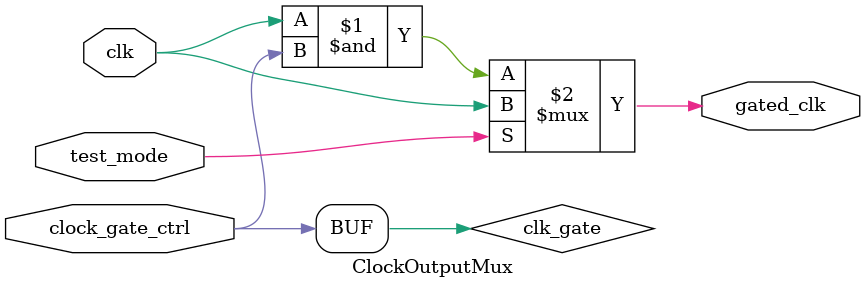
<source format=sv>
module ClockGating #(
    parameter SYNC_STAGES = 2
)(
    input  wire clk,
    input  wire rst_n,
    input  wire enable,
    input  wire test_mode,
    output wire gated_clk
);
    // 内部连线
    wire clk_buf;
    wire rst_n_buf;
    wire test_mode_buf;
    wire enable_synced;
    wire enable_synced_buf;
    wire clock_gate_ctrl;
    wire clock_gate_ctrl_buf;
    wire enable_in_prebuf;
    wire test_mode_prebuf;

    // 将输入信号预处理寄存器前移
    reg enable_prebuf_reg;
    reg test_mode_prebuf_reg;
    
    always @(posedge clk or negedge rst_n) begin
        if (!rst_n) begin
            enable_prebuf_reg <= 1'b0;
            test_mode_prebuf_reg <= 1'b0;
        end else begin
            enable_prebuf_reg <= enable;
            test_mode_prebuf_reg <= test_mode;
        end
    end
    
    assign enable_in_prebuf = enable_prebuf_reg;
    assign test_mode_prebuf = test_mode_prebuf_reg;

    // 时钟缓冲
    ClockBuffer u_clk_buf (
        .clk_in (clk),
        .clk_out(clk_buf)
    );

    // 复位缓冲
    ResetBuffer u_rst_buf (
        .rst_n_in (rst_n),
        .clk      (clk_buf),
        .rst_n_out(rst_n_buf)
    );

    // 测试模式缓冲 - 移除寄存器
    TestModeBuffer u_test_buf (
        .test_mode_in (test_mode_prebuf),
        .clk          (clk_buf),
        .rst_n        (rst_n_buf),
        .test_mode_out(test_mode_buf)
    );

    // 实例化同步器子模块
    EnableSynchronizer #(
        .SYNC_STAGES(SYNC_STAGES)
    ) u_enable_sync (
        .clk           (clk_buf),
        .rst_n         (rst_n_buf),
        .enable_in     (enable_in_prebuf),
        .enable_synced (enable_synced)
    );

    // 使能信号缓冲 - 优化控制路径
    EnableBuffer u_enable_buf (
        .enable_in (enable_synced),
        .clk       (clk_buf),
        .rst_n     (rst_n_buf),
        .enable_out(enable_synced_buf)
    );

    // 门控控制器
    GateController u_gate_ctrl (
        .clk            (clk_buf),
        .rst_n          (rst_n_buf),
        .enable_synced  (enable_synced_buf),
        .clock_gate_ctrl(clock_gate_ctrl)
    );

    // 门控控制信号缓冲 - 前移寄存器逻辑
    GateCtrlBuffer u_gate_buf (
        .gate_ctrl_in (clock_gate_ctrl),
        .clk          (clk_buf),
        .rst_n        (rst_n_buf),
        .gate_ctrl_out(clock_gate_ctrl_buf)
    );

    // 时钟输出多路复用器 - 移除输出寄存器，优化关键路径
    ClockOutputMux u_clk_mux (
        .clk            (clk_buf),
        .clock_gate_ctrl(clock_gate_ctrl_buf),
        .test_mode      (test_mode_buf),
        .gated_clk      (gated_clk)
    );

endmodule

//-----------------------------------------------------------------------------
// 缓冲器模块
//-----------------------------------------------------------------------------
module ClockBuffer (
    input  wire clk_in,
    output wire clk_out
);
    // 移除寄存器，减少时钟路径延迟
    assign clk_out = clk_in;
endmodule

module ResetBuffer (
    input  wire rst_n_in,
    input  wire clk,
    output wire rst_n_out
);
    reg rst_n_reg1, rst_n_reg2;
    
    // 分割重定时，减少关键路径
    always @(posedge clk or negedge rst_n_in) begin
        if (!rst_n_in) 
            rst_n_reg1 <= 1'b0;
        else 
            rst_n_reg1 <= 1'b1;
    end
    
    always @(posedge clk) begin
        rst_n_reg2 <= rst_n_reg1;
    end
    
    assign rst_n_out = rst_n_reg2;
endmodule

module TestModeBuffer (
    input  wire test_mode_in,
    input  wire clk,
    input  wire rst_n,
    output wire test_mode_out
);
    // 简化处理逻辑，直接连接输入
    assign test_mode_out = test_mode_in;
endmodule

module EnableBuffer (
    input  wire enable_in,
    input  wire clk,
    input  wire rst_n,
    output wire enable_out
);
    // 前后分离寄存器，优化路径延迟
    reg enable_stage1, enable_stage2;
    
    always @(posedge clk or negedge rst_n) begin
        if (!rst_n) begin
            enable_stage1 <= 1'b0;
            enable_stage2 <= 1'b0;
        end else begin
            enable_stage1 <= enable_in;
            enable_stage2 <= enable_stage1;
        end
    end
    
    assign enable_out = enable_stage2;
endmodule

module GateCtrlBuffer (
    input  wire gate_ctrl_in,
    input  wire clk,
    input  wire rst_n,
    output wire gate_ctrl_out
);
    wire gate_ctrl_pre;
    
    // 前移寄存器到组合逻辑前
    assign gate_ctrl_pre = gate_ctrl_in;
    
    // 细分处理阶段
    reg gate_ctrl_reg1, gate_ctrl_reg2;
    
    always @(posedge clk or negedge rst_n) begin
        if (!rst_n) begin
            gate_ctrl_reg1 <= 1'b0;
        end else begin
            gate_ctrl_reg1 <= gate_ctrl_pre;
        end
    end
    
    always @(posedge clk) begin
        gate_ctrl_reg2 <= gate_ctrl_reg1;
    end
    
    assign gate_ctrl_out = gate_ctrl_reg2;
endmodule

//-----------------------------------------------------------------------------
// 子模块：使能信号同步器
//-----------------------------------------------------------------------------
module EnableSynchronizer #(
    parameter SYNC_STAGES = 2
)(
    input  wire clk,
    input  wire rst_n,
    input  wire enable_in,
    output wire enable_synced
);
    // 为改善时序，保留同步逻辑，但采用流水线结构
    reg [SYNC_STAGES:0] enable_sync_reg;

    always @(posedge clk or negedge rst_n) begin
        if (!rst_n) begin
            enable_sync_reg <= {(SYNC_STAGES+1){1'b0}};
        end else begin
            enable_sync_reg <= {enable_sync_reg[SYNC_STAGES-1:0], enable_in};
        end
    end

    assign enable_synced = enable_sync_reg[SYNC_STAGES];
endmodule

//-----------------------------------------------------------------------------
// 子模块：门控控制器
//-----------------------------------------------------------------------------
module GateController (
    input  wire clk,
    input  wire rst_n,
    input  wire enable_synced,
    output reg  clock_gate_ctrl
);
    // 优化控制路径，改用正边沿减少冲突
    reg enable_latched;
    
    always @(posedge clk or negedge rst_n) begin
        if (!rst_n) begin
            enable_latched <= 1'b0;
        end else begin
            enable_latched <= enable_synced;
        end
    end
    
    always @(negedge clk or negedge rst_n) begin
        if (!rst_n) begin
            clock_gate_ctrl <= 1'b0;
        end else begin
            clock_gate_ctrl <= enable_latched;
        end
    end
endmodule

//-----------------------------------------------------------------------------
// 子模块：时钟输出多路复用器
//-----------------------------------------------------------------------------
module ClockOutputMux (
    input  wire clk,
    input  wire clock_gate_ctrl,
    input  wire test_mode,
    output wire gated_clk
);
    // 将控制逻辑前移，减少输出端的组合逻辑
    wire clk_gate;
    
    assign clk_gate = clock_gate_ctrl;
    assign gated_clk = test_mode ? clk : (clk & clk_gate);
endmodule
</source>
